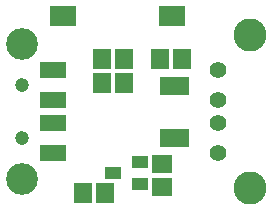
<source format=gts>
G04 Layer_Color=8388736*
%FSLAX23Y23*%
%MOIN*%
G70*
G01*
G75*
%ADD27R,0.020X0.063*%
%ADD28R,0.091X0.071*%
%ADD29R,0.059X0.067*%
%ADD30R,0.087X0.055*%
%ADD31R,0.067X0.059*%
%ADD32R,0.055X0.039*%
%ADD33C,0.110*%
%ADD34C,0.055*%
%ADD35C,0.106*%
%ADD36C,0.047*%
D27*
X1825Y1363D02*
D03*
X1845D02*
D03*
X1865D02*
D03*
X1845Y1537D02*
D03*
X1865D02*
D03*
X1884D02*
D03*
Y1363D02*
D03*
X1806D02*
D03*
X1825Y1537D02*
D03*
X1806D02*
D03*
D28*
X1836Y1770D02*
D03*
X1474D02*
D03*
D29*
X1798Y1625D02*
D03*
X1872D02*
D03*
X1677D02*
D03*
X1603D02*
D03*
X1541Y1179D02*
D03*
X1615D02*
D03*
X1677Y1545D02*
D03*
X1603D02*
D03*
D30*
X1441Y1411D02*
D03*
Y1489D02*
D03*
Y1312D02*
D03*
Y1588D02*
D03*
D31*
X1805Y1199D02*
D03*
Y1274D02*
D03*
D32*
X1640Y1245D02*
D03*
X1730Y1282D02*
D03*
X1730Y1208D02*
D03*
D33*
X2098Y1706D02*
D03*
Y1194D02*
D03*
D34*
X1992Y1588D02*
D03*
Y1489D02*
D03*
Y1411D02*
D03*
Y1312D02*
D03*
D35*
X1339Y1226D02*
D03*
Y1674D02*
D03*
D36*
Y1361D02*
D03*
Y1539D02*
D03*
M02*

</source>
